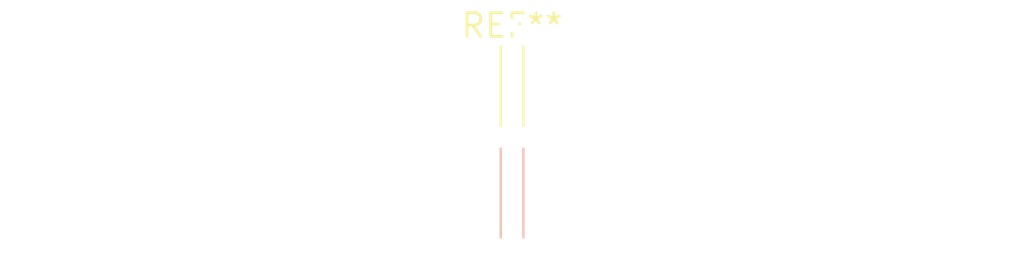
<source format=kicad_pcb>
(kicad_pcb (version 20240108) (generator pcbnew)
  (layers (0 "F.Cu" signal) (31 "B.Cu" signal) (34 "B.Paste" user) (35 "F.Paste" user) (36 "B.SilkS" user "B.Silkscreen") (37 "F.SilkS" user "F.Silkscreen") (38 "B.Mask" user) (39 "F.Mask" user) (44 "Edge.Cuts" user))
  (net 0 "")
  (footprint "SolderWire-0.127sqmm_1x01_D0.48mm_OD1mm_Relief2x" (layer "F.Cu") (at 0 0)
    (property "Reference" "REF**")
    (property "Value" "SolderWire-0.127sqmm_1x01_D0.48mm_OD1mm_Relief2x")
    (fp_line (start -0.61 6.61) (end -0.61 11.39) (layer "B.SilkS") (stroke (width 0.12)))
    (fp_line (start 0.61 6.61) (end 0.61 11.39) (layer "B.SilkS") (stroke (width 0.12)))
    (fp_line (start -0.61 1.11) (end -0.61 5.39) (layer "F.SilkS") (stroke (width 0.12)))
    (fp_line (start 0.61 1.11) (end 0.61 5.39) (layer "F.SilkS") (stroke (width 0.12)))
    (pad "" np_thru_hole circle (at 0 6) (size 1.5 1.5) (drill 1.5) (layers *.Cu *.Mask))
    (pad "" np_thru_hole circle (at 0 12) (size 1.5 1.5) (drill 1.5) (layers *.Cu *.Mask))
    (pad "1" thru_hole roundrect (at 0 0) (size 1.7 1.7) (drill 0.7) (layers *.Cu *.Mask) (remove_unused_layers) (roundrect_rratio 0.147059))
  )
)
</source>
